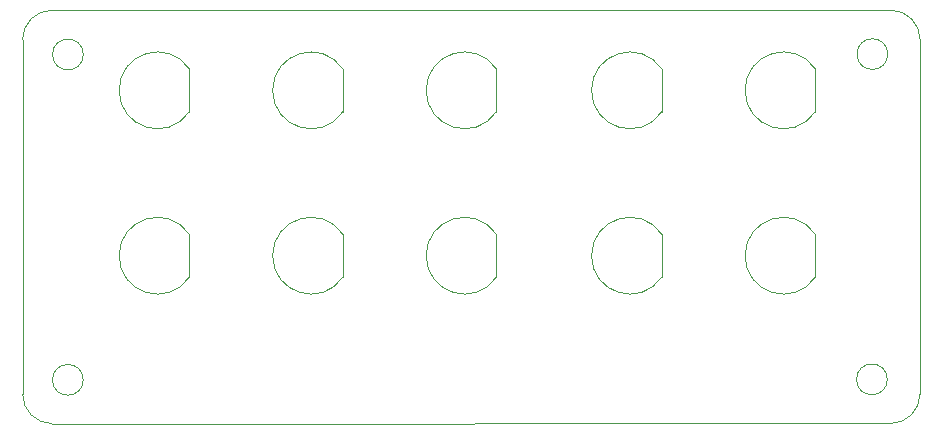
<source format=gko>
G04 #@! TF.FileFunction,Profile,NP*
%FSLAX46Y46*%
G04 Gerber Fmt 4.6, Leading zero omitted, Abs format (unit mm)*
G04 Created by KiCad (PCBNEW (2016-07-22 BZR 6991, Git 146a78a)-product) date 08/19/16 16:58:29*
%MOMM*%
%LPD*%
G01*
G04 APERTURE LIST*
%ADD10C,0.150000*%
%ADD11C,0.020000*%
G04 APERTURE END LIST*
D10*
D11*
X6510000Y-32140000D02*
G75*
G03X6510000Y-32140000I-1300000J0D01*
G01*
X6520000Y-4590000D02*
G75*
G03X6520000Y-4590000I-1300000J0D01*
G01*
X74630000Y-4560000D02*
G75*
G03X74630000Y-4560000I-1300000J0D01*
G01*
X3870000Y-35840000D02*
G75*
G02X1380000Y-33350000I0J2490000D01*
G01*
X1380000Y-3330000D02*
G75*
G02X3870000Y-840000I2490000J0D01*
G01*
X74880000Y-840000D02*
G75*
G02X77370000Y-3330000I0J-2490000D01*
G01*
X74590000Y-32100000D02*
G75*
G03X74590000Y-32100000I-1300000J0D01*
G01*
X77370000Y-33340000D02*
G75*
G02X74880000Y-35830000I-2490000J0D01*
G01*
X1380000Y-33350000D02*
X1380000Y-3330000D01*
X74880000Y-35830000D02*
X3870000Y-35840000D01*
X77370000Y-3330000D02*
X77370000Y-33340000D01*
X3870000Y-840000D02*
X74880000Y-840000D01*
X68500000Y-23440000D02*
G75*
G02X68500000Y-19820000I-2700000J1810000D01*
G01*
X68500000Y-19820000D02*
X68500000Y-23440000D01*
X55500000Y-23440000D02*
G75*
G02X55500000Y-19820000I-2700000J1810000D01*
G01*
X55500000Y-19820000D02*
X55500000Y-23440000D01*
X68500000Y-9440000D02*
G75*
G02X68500000Y-5820000I-2700000J1810000D01*
G01*
X68500000Y-5820000D02*
X68500000Y-9440000D01*
X55500000Y-9440000D02*
G75*
G02X55500000Y-5820000I-2700000J1810000D01*
G01*
X55500000Y-5820000D02*
X55500000Y-9440000D01*
X41500000Y-23440000D02*
G75*
G02X41500000Y-19820000I-2700000J1810000D01*
G01*
X41500000Y-19820000D02*
X41500000Y-23440000D01*
X28500000Y-23440000D02*
G75*
G02X28500000Y-19820000I-2700000J1810000D01*
G01*
X28500000Y-19820000D02*
X28500000Y-23440000D01*
X15500000Y-23440000D02*
G75*
G02X15500000Y-19820000I-2700000J1810000D01*
G01*
X15500000Y-19820000D02*
X15500000Y-23440000D01*
X41500000Y-9440000D02*
G75*
G02X41500000Y-5820000I-2700000J1810000D01*
G01*
X41500000Y-5820000D02*
X41500000Y-9440000D01*
X28500000Y-9440000D02*
G75*
G02X28500000Y-5820000I-2700000J1810000D01*
G01*
X28500000Y-5820000D02*
X28500000Y-9440000D01*
X15500000Y-9440000D02*
G75*
G02X15500000Y-5820000I-2700000J1810000D01*
G01*
X15500000Y-5820000D02*
X15500000Y-9440000D01*
M02*

</source>
